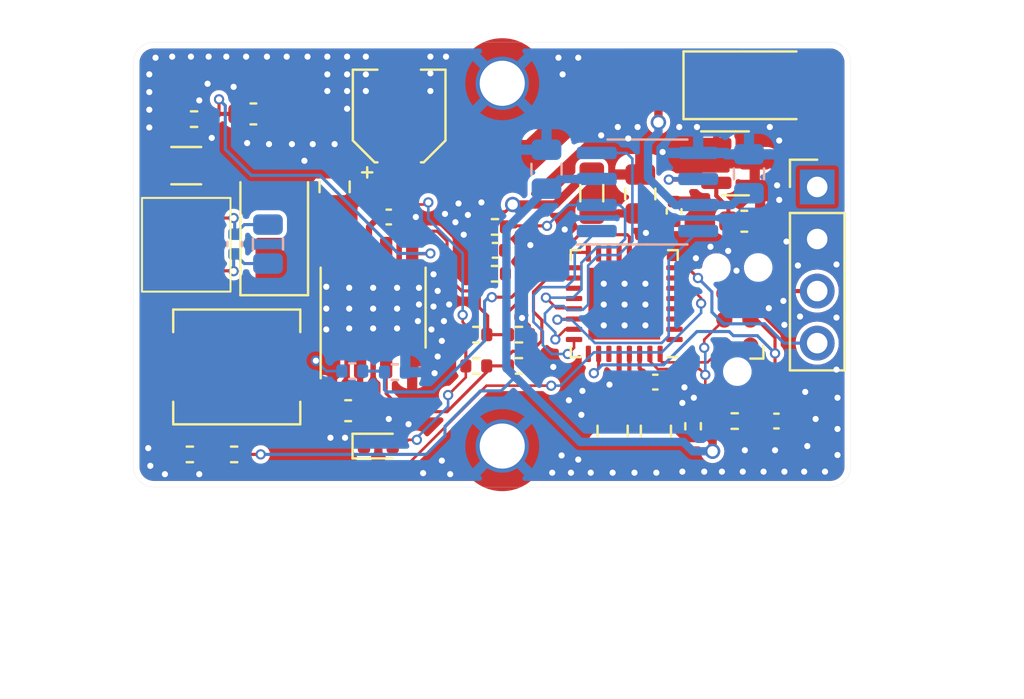
<source format=kicad_pcb>
(kicad_pcb (version 20221018) (generator pcbnew)
  (layers (0 "F.Cu" jumper) (31 "B.Cu" signal) (34 "B.Paste" user) (35 "F.Paste" user) (36 "B.SilkS" user "B.Silkscreen") (37 "F.SilkS" user "F.Silkscreen") (38 "B.Mask" user) (39 "F.Mask" user) (44 "Edge.Cuts" user))
  (net 0 "")
  (net 1 "GND")
  (net 2 "+3.3V")
  (net 3 "/VDDANA")
  (net 4 "/VDDCORE")
  (net 5 "/M05_RESET")
  (net 6 "VS")
  (net 7 "/M05_SWDIO")
  (net 8 "/M05_SWCLK")
  (net 20 "/M03_LINE")
  (net 21 "+BATT")
  (net 22 "/M03_CS")
  (net 23 "/M03_RXD")
  (net 24 "/M03_TXD")
  (net 25 "/M03_TXE")
  (net 26 "VCCQ")
  (net 27 "/M05_SD")
  (net 28 "/M05_VMON")
  (net 32 "/ILD8150_BOOT")
  (net 33 "/M05_PWMI")
  (net 34 "/ILD8150_SW")
  (net 35 "/ILD8150_LED_P")
  (net 36 "/ILD8150_LED_N")
  (net 37 "/ILD8150_CS")
  (net 38 "/M05_NTC")
  (net 39 "/M05_BUTTON")
  (footprint "local:ASPI-6045" (layer "F.Cu") (at 135.85 105.5632 180)
    (fp_text reference "L2" hide)
    (fp_text value "22u")
  )
  (footprint "Capacitor_SMD:C_0402_1005Metric" (layer "F.Cu") (at 143.2668 98.248)
    (fp_text reference "C3" hide)
    (fp_text value "100n")
  )
  (footprint "Capacitor_SMD:C_0805_2012Metric" (layer "F.Cu") (at 155.539 97.124 -90)
    (fp_text reference "C6" hide)
    (fp_text value "10u")
  )
  (footprint "Diode_SMD:D_SOD-523" (layer "F.Cu") (at 142.7588 109.424)
    (fp_text reference "D2" hide)
    (fp_text value "BAS3005B02")
  )
  (footprint "Capacitor_SMD:C_0402_1005Metric" (layer "F.Cu") (at 156.2716 106.3036 180)
    (fp_text reference "C4" hide)
    (fp_text value "100n")
  )
  (footprint "Capacitor_SMD:CP_Elec_4x5.3" (layer "F.Cu") (at 143.7748 93.3204 90)
    (fp_text reference "C17" hide)
    (fp_text value "100u")
  )
  (footprint "Package_SO:Infineon_PG-DSO-8-27_3.9x4.9mm_EP2.65x3mm" (layer "F.Cu") (at 142.5048 102.6676 90)
    (fp_text reference "U3" hide)
    (fp_text value "ILD8150")
  )
  (footprint "Connector_PinHeader_2.54mm:PinHeader_1x04_P2.54mm_Vertical" (layer "F.Cu") (at 164.171 96.782)
    (fp_text reference "U5" hide)
    (fp_text value "~" hide)
  )
  (footprint "Diode_SMD:D_SMA" (layer "F.Cu") (at 137.6788 98.5528 90)
    (fp_text reference "D7" hide)
    (fp_text value "SS34F-DC")
  )
  (footprint "Capacitor_SMD:C_0603_1608Metric" (layer "F.Cu") (at 141.2856 107.6968 180)
    (fp_text reference "C2" hide)
    (fp_text value "22n")
  )
  (footprint "Capacitor_SMD:C_0805_2012Metric" (layer "F.Cu") (at 140.6252 96.7748 -90)
    (fp_text reference "C11" hide)
    (fp_text value "2.2u")
  )
  (footprint "Capacitor_SMD:C_0603_1608Metric" (layer "F.Cu") (at 136.6628 93.2188)
    (fp_text reference "C10" hide)
    (fp_text value "220p")
  )
  (footprint "Inductor_SMD:L_0805_2012Metric" (layer "F.Cu") (at 153.1728 97.086 -90)
    (fp_text reference "L1" hide)
    (fp_text value "10uH")
  )
  (footprint "Resistor_SMD:R_0402_1005Metric" (layer "F.Cu") (at 148.4484 98.7306)
    (fp_text reference "R5" hide)
    (fp_text value "10k")
  )
  (footprint "local:2pinConnector" (layer "F.Cu") (at 133.3862 100.873 180)
    (fp_text reference "J3" hide)
    (fp_text value "Conn_02x01" hide)
  )
  (footprint "Capacitor_SMD:C_0805_2012Metric" (layer "F.Cu") (at 156.301 108.6912 90)
    (fp_text reference "C1" hide)
    (fp_text value "10u")
  )
  (footprint "Resistor_SMD:R_0402_1005Metric" (layer "F.Cu") (at 158.115 108.458 90)
    (fp_text reference "R1" hide)
    (fp_text value "1k")
  )
  (footprint "Capacitor_SMD:C_0603_1608Metric" (layer "F.Cu") (at 160.615 98.455)
    (fp_text reference "C12" hide)
    (fp_text value "220p")
  )
  (footprint "MountingHole:MountingHole_2.2mm_M2_Pad_TopOnly" (layer "F.Cu") (at 148.804 91.724)
    (fp_text reference "H1" hide)
    (fp_text value "M2" hide)
  )
  (footprint "Resistor_SMD:R_0402_1005Metric" (layer "F.Cu") (at 149.6188 105.5124)
    (fp_text reference "R18" hide)
    (fp_text value "10k")
  )
  (footprint "Resistor_SMD:R_0402_1005Metric" (layer "F.Cu") (at 133.7672 93.4728 180)
    (fp_text reference "R19" hide)
    (fp_text value "1k")
  )
  (footprint "Resistor_SMD:R_0402_1005Metric" (layer "F.Cu") (at 149.6228 103.9884)
    (fp_text reference "R7" hide)
    (fp_text value "10k")
  )
  (footprint "MountingHole:MountingHole_2.2mm_M2_Pad_TopOnly" (layer "F.Cu") (at 148.804 109.424)
    (fp_text reference "H2" hide)
    (fp_text value "M2" hide)
  )
  (footprint "Resistor_SMD:R_0402_1005Metric" (layer "F.Cu") (at 147.54 103.9884)
    (fp_text reference "R22" hide)
    (fp_text value "10k")
  )
  (footprint "Resistor_SMD:R_0402_1005Metric" (layer "F.Cu") (at 148.4484 101.0166 180)
    (fp_text reference "R4" hide)
    (fp_text value "10k")
  )
  (footprint "Resistor_SMD:R_1206_3216Metric" (layer "F.Cu") (at 133.3862 95.7422 180)
    (fp_text reference "R15" hide)
    (fp_text value "520m")
  )
  (footprint "Package_TO_SOT_SMD:SOT-23" (layer "F.Cu") (at 160.1855 95.631)
    (fp_text reference "D3" hide)
    (fp_text value "SDT23C15L02")
  )
  (footprint "Connector:Tag-Connect_TC2030-IDC-NL_2x03_P1.27mm_Vertical" (layer "F.Cu") (at 160.274 103.251 90)
    (fp_text reference "J1" hide)
    (fp_text value "Conn_ARM_SWD_TagConnect_TC2030-NL" hide)
  )
  (footprint "Resistor_SMD:R_0402_1005Metric" (layer "F.Cu") (at 133.562 109.8304)
    (fp_text reference "R3" hide)
    (fp_text value "10k")
  )
  (footprint "Diode_SMD:D_SMA" (layer "F.Cu") (at 161.158 91.821)
    (fp_text reference "D8" hide)
    (fp_text value "SS34F-DC")
  )
  (footprint "Capacitor_SMD:C_0402_1005Metric" (layer "F.Cu") (at 148.4484 99.8736)
    (fp_text reference "C15" hide)
    (fp_text value "100n")
  )
  (footprint "Capacitor_SMD:C_0402_1005Metric" (layer "F.Cu") (at 162.183 108.204 180)
    (fp_text reference "C9" hide)
    (fp_text value "100n")
  )
  (footprint "Resistor_SMD:R_0402_1005Metric" (layer "F.Cu") (at 135.723 109.8304 180)
    (fp_text reference "TH1" hide)
    (fp_text value "ERT-J0ER103J")
  )
  (footprint "Package_DFN_QFN:VQFN-32-1EP_5x5mm_P0.5mm_EP3.5x3.5mm" (layer "F.Cu") (at 154.757 102.475 180)
    (fp_text reference "U1" hide)
    (fp_text value "ATSAMC21E18A-MNT")
  )
  (footprint "Capacitor_SMD:C_0805_2012Metric" (layer "F.Cu") (at 154.1888 108.6912 90)
    (fp_text reference "C8" hide)
    (fp_text value "2.2u")
  )
  (footprint "Capacitor_SMD:C_0402_1005Metric" (layer "F.Cu") (at 157.19 97.975 -90)
    (fp_text reference "C7" hide)
    (fp_text value "100n")
  )
  (footprint "Resistor_SMD:R_0402_1005Metric" (layer "F.Cu") (at 147.536 105.5124)
    (fp_text reference "R23" hide)
    (fp_text value "10k")
  )
  (footprint "Resistor_SMD:R_0402_1005Metric" (layer "F.Cu") (at 160.147 108.204)
    (fp_text reference "R2" hide)
    (fp_text value "10k")
  )
  (footprint "Resistor_SMD:R_0402_1005Metric" (layer "B.Cu") (at 141.4868 105.7664 180)
    (fp_text reference "R20" hide)
    (fp_text value "47k")
  )
  (footprint "Package_SO:SOIC-8_3.9x4.9mm_P1.27mm" (layer "B.Cu") (at 155.89 97.028)
    (fp_text reference "U4" hide)
    (fp_text value "MCP2021A-330E/SN")
  )
  (footprint "Resistor_SMD:R_0402_1005Metric" (layer "B.Cu") (at 143.5656 105.8172 180)
    (fp_text reference "R21" hide)
    (fp_text value "10k")
  )
  (footprint "Capacitor_SMD:C_0402_1005Metric" (layer "B.Cu") (at 135.7484 99.5688 90)
    (fp_text reference "C5" hide)
    (fp_text value "10n")
  )
  (footprint "Capacitor_SMD:C_0805_2012Metric" (layer "B.Cu") (at 150.963 95.915 90)
    (fp_text reference "C14" hide)
    (fp_text value "22u")
  )
  (footprint "Capacitor_SMD:C_0805_2012Metric" (layer "B.Cu") (at 137.374 99.5688 -90)
    (fp_text reference "C20" hide)
    (fp_text value "2.2u")
  )
  (footprint "Capacitor_SMD:C_0805_2012Metric" (layer "B.Cu") (at 160.843 96.139 -90)
    (fp_text reference "C13" hide)
    (fp_text value "10u")
  )
  (gr_line (start 164.804 89.724) (end 131.804 89.724) (stroke (width 0.01)) (layer "Edge.Cuts"))
  (gr_line (start 165.804 96.724) (end 165.804 90.724) (stroke (width 0.01)) (layer "Edge.Cuts"))
  (gr_line (start 130.804 96.724) (end 130.804 104.424) (stroke (width 0.01)) (layer "Edge.Cuts"))
  (gr_line (start 130.804 90.724) (end 130.804 96.724) (stroke (width 0.01)) (layer "Edge.Cuts"))
  (gr_arc (start 131.804 111.424) (mid 131.096893 111.131107) (end 130.804 110.424) (stroke (width 0.01)) (layer "Edge.Cuts"))
  (gr_arc (start 164.804 89.724) (mid 165.511078 90.016909) (end 165.804 90.724) (stroke (width 0.01)) (layer "Edge.Cuts"))
  (gr_arc (start 130.804 90.724) (mid 131.096893 90.016893) (end 131.804 89.724) (stroke (width 0.01)) (layer "Edge.Cuts"))
  (gr_line (start 131.804 111.424) (end 164.804 111.424) (stroke (width 0.01)) (layer "Edge.Cuts"))
  (gr_line (start 165.804 110.424) (end 165.804 104.424) (stroke (width 0.01)) (layer "Edge.Cuts"))
  (gr_arc (start 165.804 110.424) (mid 165.511107 111.131107) (end 164.804 111.424) (stroke (width 0.01)) (layer "Edge.Cuts"))
  (gr_line (start 165.804 104.424) (end 165.804 96.724) (stroke (width 0.01)) (layer "Edge.Cuts"))
  (gr_line (start 130.804 104.424) (end 130.804 110.424) (stroke (width 0.01)) (layer "Edge.Cuts"))
  (segment (start 150.1328 103.5392) (end 149.7692 103.1756) (width 0.127) (layer "F.Cu") (net 1))
  (segment (start 150.1328 103.9884) (end 150.1328 103.5392) (width 0.127) (layer "F.Cu") (net 1))
  (via (at 140.2188 101.6516) (size 0.5) (drill 0.3) (layers "F.Cu" "B.Cu") (net 1))
  (via (at 158.2528 100.2584) (size 0.5) (drill 0.3) (layers "F.Cu" "B.Cu") (net 1))
  (via (at 165.1108 103.154) (size 0.5) (drill 0.3) (layers "F.Cu" "B.Cu") (net 1))
  (via (at 131.5828 93.8792) (size 0.5) (drill 0.3) (layers "F.Cu" "B.Cu") (net 1))
  (via (at 162.3168 94.518) (size 0.5) (drill 0.3) (layers "F.Cu" "B.Cu") (net 1))
  (via (at 151.852 98.8576) (size 0.5) (drill 0.3) (layers "F.Cu" "B.Cu") (net 1))
  (via (at 156.3224 110.7232) (size 0.5) (drill 0.3) (layers "F.Cu" "B.Cu") (net 1))
  (via (at 158.6592 110.6724) (size 0.5) (drill 0.3) (layers "F.Cu" "B.Cu") (net 1))
  (via (at 132.3448 110.7956) (size 0.5) (drill 0.3) (layers "F.Cu" "B.Cu") (net 1))
  (via (at 155.789 102.519) (size 0.5) (drill 0.3) (layers "F.Cu" "B.Cu") (net 1))
  (via (at 151.2932 105.5632) (size 0.5) (drill 0.3) (layers "F.Cu" "B.Cu") (net 1))
  (via (at 162.3168 97.4136) (size 0.5) (drill 0.3) (layers "F.Cu" "B.Cu") (net 1))
  (via (at 140.2696 91.2884) (size 0.5) (drill 0.3) (layers "F.Cu" "B.Cu") (net 1))
  (via (at 140.2696 92.1012) (size 0.5) (drill 0.3) (layers "F.Cu" "B.Cu") (net 1))
  (via (at 144.5876 98.248) (size 0.5) (drill 0.3) (layers "F.Cu" "B.Cu") (net 1))
  (via (at 145.2988 90.4248) (size 0.5) (drill 0.3) (layers "F.Cu" "B.Cu") (net 1))
  (via (at 131.6336 110.3892) (size 0.5) (drill 0.3) (layers "F.Cu" "B.Cu") (net 1))
  (via (at 144.232 108.3572) (size 0.5) (drill 0.3) (layers "F.Cu" "B.Cu") (net 1))
  (via (at 141.3364 102.7184) (size 0.5) (drill 0.3) (layers "F.Cu" "B.Cu") (net 1))
  (via (at 151.2424 110.7232) (size 0.5) (drill 0.3) (layers "F.Cu" "B.Cu") (net 1))
  (via (at 145.3496 103.7344) (size 0.5) (drill 0.3) (layers "F.Cu" "B.Cu") (net 1))
  (via (at 161.8596 93.8576) (size 0.5) (drill 0.3) (layers "F.Cu" "B.Cu") (net 1))
  (via (at 154.773 101.503) (size 0.5) (drill 0.3) (layers "F.Cu" "B.Cu") (net 1))
  (via (at 134.0212 110.7956) (size 0.5) (drill 0.3) (layers "F.Cu" "B.Cu") (net 1))
  (via (at 155.8144 99.0235) (size 0.5) (drill 0.3) (layers "F.Cu" "B.Cu") (net 1))
  (via (at 165.1108 100.5632) (size 0.5) (drill 0.3) (layers "F.Cu" "B.Cu") (net 1))
  (via (at 155.789 101.503) (size 0.5) (drill 0.3) (layers "F.Cu" "B.Cu") (net 1))
  (via (at 132.7004 90.4248) (size 0.5) (drill 0.3) (layers "F.Cu" "B.Cu") (net 1))
  (via (at 146.518 98.502) (size 0.5) (drill 0.3) (layers "F.Cu" "B.Cu") (net 1))
  (via (at 137.3232 90.4248) (size 0.5) (drill 0.3) (layers "F.Cu" "B.Cu") (net 1))
  (via (at 157.694 106.5576) (size 0.5) (drill 0.3) (layers "F.Cu" "B.Cu") (net 1))
  (via (at 139.5584 94.692) (size 0.5) (drill 0.3) (layers "F.Cu" "B.Cu") (net 1))
  (via (at 162.5708 110.6724) (size 0.5) (drill 0.3) (layers "F.Cu" "B.Cu") (net 1))
  (via (at 162.6724 99.4456) (size 0.5) (drill 0.3) (layers "F.Cu" "B.Cu") (net 1))
  (via (at 154.1888 110.7232) (size 0.5) (drill 0.3) (layers "F.Cu" "B.Cu") (net 1))
  (via (at 141.2348 92.9648) (size 0.5) (drill 0.3) (layers "F.Cu" "B.Cu") (net 1))
  (via (at 154.773 103.535) (size 0.5) (drill 0.3) (layers "F.Cu" "B.Cu") (net 1))
  (via (at 146.9244 99.1116) (size 0.5) (drill 0.3) (layers "F.Cu" "B.Cu") (net 1))
  (via (at 152.6648 107.9) (size 0.5) (drill 0.3) (layers "F.Cu" "B.Cu") (net 1))
  (via (at 131.5828 91.2884) (size 0.5) (drill 0.3) (layers "F.Cu" "B.Cu") (net 1))
  (via (at 154.0364 106.4268) (size 0.5) (drill 0.3) (layers "F.Cu" "B.Cu") (net 1))
  (via (at 144.9432 110.7448) (size 0.5) (drill 0.3) (layers "F.Cu" "B.Cu") (net 1))
  (via (at 142.1492 92.1012) (size 0.5) (drill 0.3) (layers "F.Cu" "B.Cu") (net 1))
  (via (at 154.9508 94.4164) (size 0.5) (drill 0.3) (layers "F.Cu" "B.Cu") (net 1))
  (via (at 164.0948 108.1032) (size 0.5) (drill 0.3) (layers "F.Cu" "B.Cu") (net 1))
  (via (at 131.532 109.5256) (size 0.5) (drill 0.3) (layers "F.Cu" "B.Cu") (net 1))
  (via (at 158.1512 107.0656) (size 0.5) (drill 0.3) (layers "F.Cu" "B.Cu") (net 1))
  (via (at 138.5424 94.692) (size 0.5) (drill 0.3) (layers "F.Cu" "B.Cu") (net 1))
  (via (at 154.773 102.519) (size 0.5) (drill 0.3) (layers "F.Cu" "B.Cu") (net 1))
  (via (at 134.0212 92.5584) (size 0.5) (drill 0.3) (layers "F.Cu" "B.Cu") (net 1))
  (via (at 140.2188 103.7344) (size 0.5) (drill 0.3) (layers "F.Cu" "B.Cu") (net 1))
  (via (at 163.536 110.6724) (size 0.5) (drill 0.3) (layers "F.Cu" "B.Cu") (net 1))
  (via (at 145.6544 101.8548) (size 0.5) (drill 0.3) (layers "F.Cu" "B.Cu") (net 1))
  (via (at 151.7504 91.2884) (size 0.5) (drill 0.3) (layers "F.Cu" "B.Cu") (net 1))
  (via (at 133.6148 90.4248) (size 0.5) (drill 0.3) (layers "F.Cu" "B.Cu") (net 1))
  (via (at 152.5124 110.0844) (size 0.5) (drill 0.3) (layers "F.Cu" "B.Cu") (net 1))
  (via (at 143.6732 102.7184) (size 0.5) (drill 0.3) (layers "F.Cu" "B.Cu") (net 1))
  (via (at 140.6252 94.692) (size 0.5) (drill 0.3) (layers "F.Cu" "B.Cu") (net 1))
  (via (at 139.152 95.5048) (size 0.5) (drill 0.3) (layers "F.Cu" "B.Cu") (net 1))
  (via (at 157.44 93.8576) (size 0.5) (drill 0.3) (layers "F.Cu" "B.Cu") (net 1))
  (via (at 146.264 110.7956) (size 0.5) (drill 0.3) (layers "F.Cu" "B.Cu") (net 1))
  (via (at 146.2132 102.5152) (size 0.5) (drill 0.3) (layers "F.Cu" "B.Cu") (net 1))
  (via (at 135.342 90.4248) (size 0.5) (drill 0.3) (layers "F.Cu" "B.Cu") (net 1))
  (via (at 163.2312 100.614) (size 0.5) (drill 0.3) (layers "F.Cu" "B.Cu") (net 1))
  (via (at 145.6544 105.0552) (size 0.5) (drill 0.3) (layers "F.Cu" "B.Cu") (net 1))
  (via (at 161.8088 102.6968) (size 0.5) (drill 0.3) (layers "F.Cu" "B.Cu") (net 1))
  (via (at 150.1756 99.6196) (size 0.5) (drill 0.3) (layers "F.Cu" "B.Cu") (net 1))
  (via (at 145.4512 101.042) (size 0.5) (drill 0.3) (layers "F.Cu" "B.Cu") (net 1))
  (via (at 131.8876 90.4756) (size 0.5) (drill 0.3) (layers "F.Cu" "B.Cu") (net 1))
  (via (at 159.5228 110.6724) (size 0.5) (drill 0.3) (layers "F.Cu" "B.Cu") (net 1))
  (via (at 134.4784 90.4248) (size 0.5) (drill 0.3) (layers "F.Cu" "B.Cu") (net 1))
  (via (at 153.757 103.535) (size 0.5) (drill 0.3) (layers "F.Cu" "B.Cu") (net 1))
  (via (at 163.6884 109.424) (size 0.5) (drill 0.3) (layers "F.Cu" "B.Cu") (net 1))
  (via (at 164.552 110.6724) (size 0.5) (drill 0.3) (layers "F.Cu" "B.Cu") (net 1))
  (via (at 146.6704 97.5876) (size 0.5) (drill 0.3) (layers "F.Cu" "B.Cu") (net 1))
  (via (at 145.2988 92.1012) (size 0.5) (drill 0.3) (layers "F.Cu" "B.Cu") (net 1))
  (via (at 162.52 102.3412) (size 0.5) (drill 0.3) (layers "F.Cu" "B.Cu") (net 1))
  (via (at 152.7156 106.7316) (size 0.5) (drill 0.3) (layers "F.Cu" "B.Cu") (net 1))
  (via (at 147.788 97.5368) (size 0.5) (drill 0.3) (layers "F.Cu" "B.Cu") (net 1))
  (via (at 131.5828 92.152) (size 0.5) (drill 0.3) (layers "F.Cu" "B.Cu") (net 1))
  (via (at 140.2188 102.7184) (size 0.5) (drill 0.3) (layers "F.Cu" "B.Cu") (net 1))
  (via (at 153.63 94.264) (size 0.5) (drill 0.3) (layers "F.Cu" "B.Cu") (net 1))
  (via (at 145.8576 104.2932) (size 0.5) (drill 0.3) (layers "F.Cu" "B.Cu") (net 1))
  (via (at 162.5708 103.5096) (size 0.5) (drill 0.3) (layers "F.Cu" "B.Cu") (net 1))
  (via (at 141.2348 90.4248) (size 0.5) (drill 0.3) (layers "F.Cu" "B.Cu") (net 1))
  (via (at 138.2884 90.4248) (size 0.5) (drill 0.3) (layers "F.Cu" "B.Cu") (net 1))
  (via (at 144.74 102.5152) (size 0.5) (drill 0.3) (layers "F.Cu" "B.Cu") (net 1))
  (via (at 141.3364 101.7024) (size 0.5) (drill 0.3) (layers "F.Cu" "B.Cu") (net 1))
  (via (at 155.789 103.535) (size 0.5) (drill 0.3) (layers "F.Cu" "B.Cu") (net 1))
  (via (at 153.757 101.503) (size 0.5) (drill 0.3) (layers "F.Cu" "B.Cu") (net 1))
  (via (at 140.422 109.0176) (size 0.5) (drill 0.3) (layers "F.Cu" "B.Cu") (net 1))
  (via (at 142.5048 103.6836) (size 0.5) (drill 0.3) (layers "F.Cu" "B.Cu") (net 1))
  (via (at 145.4512 102.6168) (size 0.5) (drill 0.3) (layers "F.Cu" "B.Cu") (net 1))
  (via (at 142.1492 91.2884) (size 0.5) (drill 0.3) (layers "F.Cu" "B.Cu") (net 1))
  (via (at 161.5548 110.6724) (size 0.5) (drill 0.3) (layers "F.Cu" "B.Cu") (net 1))
  (via (at 158.964 99.6996) (size 0.5) (drill 0.3) (layers "F.Cu" "B.Cu") (net 1))
  (via (at 141.3364 103.6836) (size 0.5) (drill 0.3) (layers "F.Cu" "B.Cu") (net 1))
  (via (at 152.5124 90.4756) (size 0.5) (drill 0.3) (layers "F.Cu" "B.Cu") (net 1))
  (via (at 145.2988 91.2376) (size 0.5) (drill 0.3) (layers "F.Cu" "B.Cu") (net 1))
  (via (at 156.6272 95.0768) (size 0.5) (drill 0.3) (layers "F.Cu" "B.Cu") (net 1))
  (via (at 141.1332 109.0176) (size 0.5) (drill 0.3) (layers "F.Cu" "B.Cu") (net 1))
  (via (at 162.1136 109.6272) (size 0.5) (drill 0.3) (layers "F.Cu" "B.Cu") (net 1))
  (via (at 153.757 102.519) (size 0.5) (drill 0.3) (layers "F.Cu" "B.Cu") (net 1))
  (via (at 147.1276 98.1464) (size 0.5) (drill 0.3) (layers "F.Cu" "B.Cu") (net 1))
  (via (at 165.1108 105.694) (size 0.5) (drill 0.3) (layers "F.Cu" "B.Cu") (net 1))
  (via (at 158.3036 93.8576) (size 0.5) (drill 0.3) (layers "F.Cu" "B.Cu") (net 1))
  (via (at 135.6976 91.898) (size 0.5) (drill 0.3) (layers "F.Cu" "B.Cu") (net 1))
  (via (at 143.6732 101.7024) (size 0.5) (drill 0.3) (layers "F.Cu" "B.Cu") (net 1))
  (via (at 142.1492 90.4248) (size 0.5) (drill 0.3) (layers "F.Cu" "B.Cu") (net 1))
  (via (at 140.2696 90.4248) (size 0.5) (drill 0.3) (layers "F.Cu" "B.Cu") (net 1))
  (via (at 131.5828 93.0156) (size 0.5) (drill 0.3) (layers "F.Cu" "B.Cu") (net 1))
  (via (at 144.74 101.7024) (size 0.5) (drill 0.3) (layers "F.Cu" "B.Cu") (net 1))
  (via (at 145.8576 110.1352) (size 0.5) (drill 0.3) (layers "F.Cu" "B.Cu") (net 1))
  (via (at 136.3072 90.4248) (size 0.5) (drill 0.3) (layers "F.Cu" "B.Cu") (net 1))
  (via (at 157.5924 107.3196) (size 0.5) (drill 0.3) (layers "F.Cu" "B.Cu") (net 1))
  (via (at 163.3328 103.1032) (size 0.5) (drill 0.3) (layers "F.Cu" "B.Cu") (net 1))
  (via (at 142.5048 102.7184) (size 0.5) (drill 0.3) (layers "F.Cu" "B.Cu") (net 1))
  (via (at 134.6308 94.3872) (size 0.5) (drill 0.3) (layers "F.Cu" "B.Cu") (net 1))
  (via (at 155.408 93.8576) (size 0.5) (drill 0.3) (layers "F.Cu" "B.Cu") (net 1))
  (via (at 154.4428 93.8576) (size 0.5) (drill 0.3) (layers "F.Cu" "B.Cu") (net 1))
  (via (at 146.01 98.0956) (size 0.5) (drill 0.3) (layers "F.Cu" "B.Cu") (net 1))
  (via (at 159.8276 99.9028) (size 0.5) (drill 0.3) (layers "F.Cu" "B.Cu") (net 1))
  (via (at 160.6404 109.6272) (size 0.5) (drill 0.3) (layers "F.Cu" "B.Cu") (net 1))
  (via (at 134.4276 91.7456) (size 0.5) (drill 0.3) (layers "F.Cu" "B.Cu") (net 1))
  (via (at 143.2668 108.1032) (size 0.5) (drill 0.3) (layers "F.Cu" "B.Cu") (net 1))
  (via (at 142.5048 101.7024) (size 0.5) (drill 0.3) (layers "F.Cu" "B.Cu") (net 1))
  (via (at 165.1616 107.0656) (size 0.5) (drill 0.3) (layers "F.Cu" "B.Cu") (net 1))
  (via (at 151.6996 109.8812) (size 0.5) (drill 0.3) (layers "F.Cu" "B.Cu") (net 1))
  (via (at 149.7692 103.1756) (size 0.5) (drill 0.3) (layers "F.Cu" "B.Cu") (net 1))
  (via (at 146.0608 90.4248) (size 0.5) (drill 0.3) (layers "F.Cu" "B.Cu") (net 1))
  (via (at 165.1616 109.8596) (size 0.5) (drill 0.3) (layers "F.Cu" "B.Cu") (net 1))
  (via (at 155.2556 110.7232) (size 0.5) (drill 0.3) (layers "F.Cu" "B.Cu") (net 1))
  (via (at 160.234 100.868) (size 0.5) (drill 0.3) (layers "F.Cu" "B.Cu") (net 1))
  (via (at 144.6892 103.328) (size 0.5) (drill 0.3) (layers "F.Cu" "B.Cu") (net 1))
  (via (at 157.5924 110.6724) (size 0.5) (drill 0.3) (layers "F.Cu" "B.Cu") (net 1))
  (via (at 136.358 94.6412) (size 0.5) (drill 0.3) (layers "F.Cu" "B.Cu") (net 1))
  (via (at 162.2152 96.7024) (size 0.5) (drill 0.3) (layers "F.Cu" "B.Cu") (net 1))
  (via (at 152.0552 107.1888) (size 0.5) (drill 0.3) (layers "F.Cu" "B.Cu") (net 1))
  (via (at 143.6732 103.6836) (size 0.5) (drill 0.3) (layers "F.Cu" "B.Cu") (net 1))
  (via (at 137.4248 94.692) (size 0.5) (drill 0.3) (layers "F.Cu" "B.Cu") (net 1))
  (via (at 139.3044 90.4248) (size 0.5) (drill 0.3) (layers "F.Cu" "B.Cu") (net 1))
  (via (at 153.122 110.7232) (size 0.5) (drill 0.3) (layers "F.Cu" "B.Cu") (net 1))
  (via (at 160.5388 110.6724) (size 0.5) (drill 0.3) (layers "F.Cu" "B.Cu") (net 1))
  (via (at 145.9592 103.328) (size 0.5) (drill 0.3) (layers "F.Cu" "B.Cu") (net 1))
  (via (at 165.1616 108.5896) (size 0.5) (drill 0.3) (layers "F.Cu" "B.Cu") (net 1))
  (via (at 151.5472 90.4756) (size 0.5) (drill 0.3) (layers "F.Cu" "B.Cu") (net 1))
  (via (at 141.2348 92.1012) (size 0.5) (drill 0.3) (layers "F.Cu" "B.Cu") (net 1))
  (via (at 145.502 105.868) (size 0.5) (drill 0.3) (layers "F.Cu" "B.Cu") (net 1))
  (via (at 152.1568 110.7232) (size 0.5) (drill 0.3) (layers "F.Cu" "B.Cu") (net 1))
  (via (at 141.2348 91.2884) (size 0.5) (drill 0.3) (layers "F.Cu" "B.Cu") (net 1))
  (via (at 163.5868 106.7824) (size 0.5) (drill 0.3) (layers "F.Cu" "B.Cu") (net 1))
  (segment (start 158.115 108.968) (end 158.873 108.968) (width 0.4064) (layer "F.Cu") (net 2))
  (segment (start 155.507 105.638) (end 155.66 105.791) (width 0.2032) (layer "F.Cu") (net 2))
  (segment (start 156.301 106.9934) (end 156.301 107.965) (width 0.4064) (layer "F.Cu") (net 2))
  (segment (start 149.312 97.6384) (end 151.3948 97.6384) (width 0.4064) (layer "F.Cu") (net 2))
  (segment (start 147.9384 98.2246) (end 148.169 97.994) (width 0.1524) (layer "F.Cu") (net 2))
  (segment (start 159.0656 109.678) (end 159.0656 109.1606) (width 0.4064) (layer "F.Cu") (net 2))
  (segment (start 160.8872 106.8188) (end 161.377 106.329) (width 0.4064) (layer "F.Cu") (net 2))
  (segment (start 161.377 104.989) (end 160.909 104.521) (width 0.4064) (layer "F.Cu") (net 2))
  (segment (start 158.873 108.968) (end 159.637 108.204) (width 0.4064) (layer "F.Cu") (net 2))
  (segment (start 156.0684 106.7608) (end 156.301 106.9934) (width 0.4064) (layer "F.Cu") (net 2))
  (segment (start 147.9384 98.7306) (end 147.9384 98.2246) (width 0.1524) (layer "F.Cu") (net 2))
  (segment (start 160.3792 106.8188) (end 160.8872 106.8188) (width 0.4064) (layer "F.Cu") (net 2))
  (segment (start 156.6884 107.965) (end 157.6914 108.968) (width 0.4064) (layer "F.Cu") (net 2))
  (segment (start 148.169 97.994) (end 148.9564 97.994) (width 0.1524) (layer "F.Cu") (net 2))
  (segment (start 153.10585 96.0235) (end 153.1728 96.0235) (width 0.1524) (layer "F.Cu") (net 2))
  (segment (start 155.507 104.925) (end 155.507 105.638) (width 0.2032) (layer "F.Cu") (net 2))
  (segment (start 148.9564 97.994) (end 149.312 97.6384) (width 0.1524) (layer "F.Cu") (net 2))
  (segment (start 155.7636 105.8946) (end 155.66 105.791) (width 0.3048) (layer "F.Cu") (net 2))
  (segment (start 157.6914 108.968) (end 158.115 108.968) (width 0.4064) (layer "F.Cu") (net 2))
  (segment (start 161.377 106.329) (end 161.377 104.989) (width 0.4064) (layer "F.Cu") (net 2))
  (segment (start 136.233 109.8304) (end 137.0184 109.8304) (width 0.1524) (layer "F.Cu") (net 2))
  (segment (start 153.0097 96.0235) (end 153.1728 96.0235) (width 0.4064) (layer "F.Cu") (net 2))
  (segment (start 159.637 108.204) (end 159.637 107.561) (width 0.4064) (layer "F.Cu") (net 2))
  (segment (start 156.301 107.965) (end 156.6884 107.965) (width 0.4064) (layer "F.Cu") (net 2))
  (segment (start 155.7636 106.456) (end 155.7636 105.8946) (width 0.3048) (layer "F.Cu") (net 2))
  (segment (start 156.0684 106.7608) (end 155.7636 106.456) (width 0.3048) (layer "F.Cu") (net 2))
  (segment (start 159.637 107.561) (end 160.3792 106.8188) (width 0.4064) (layer "F.Cu") (net 2))
  (segment (start 159.0656 109.1606) (end 158.873 108.968) (width 0.4064) (layer "F.Cu") (net 2))
  (segment (start 151.3948 97.6384) (end 153.0097 96.0235) (width 0.4064) (layer "F.Cu") (net 2))
  (via (at 159.0656 109.678) (size 0.75) (drill 0.5) (layers "F.Cu" "B.Cu") (net 2))
  (via (at 149.312 97.6384) (size 0.75) (drill 0.5) (layers "F.Cu" "B.Cu") (net 2))
  (via (at 137.0184 109.8304) (size 0.5) (drill 0.3) (layers "F.Cu" "B.Cu") (net 2))
  (segment (start 151.628 96.393) (end 153.415 96.393) (width 0.4064) (layer "B.Cu") (net 2))
  (segment (start 145.0956 109.8304) (end 146.01 108.916) (width 0.1524) (layer "B.Cu") (net 2))
  (segment (start 146.01 108.916) (end 146.01 108.4588) (width 0.1524) (layer "B.Cu") (net 2))
  (segment (start 137.0184 109.8304) (end 145.0956 109.8304) (width 0.1524) (layer "B.Cu") (net 2))
  (segment (start 149.0072 98.8208) (end 149.0072 105.614) (width 0.4064) (layer "B.Cu") (net 2))
  (segment (start 149.0072 105.614) (end 149.439 106.0458) (width 0.4064) (layer "B.Cu") (net 2))
  (segment (start 148.7532 106.7316) (end 149.439 106.0458) (width 0.1524) (layer "B.Cu") (net 2))
  (segment (start 150.963 96.865) (end 149.7508 98.0772) (width 0.4064) (layer "B.Cu") (net 2))
  (segment (start 158.1004 109.678) (end 159.0656 109.678) (width 0.4064) (layer "B.Cu") (net 2))
  (segment (start 149.7508 98.0772) (end 149.312 97.6384) (width 0.4064) (layer "B.Cu") (net 2))
  (segment (start 151.156 96.865) (end 151.628 96.393) (width 0.4064) (layer "B.Cu") (net 2))
  (segment (start 149.0904 98.7376) (end 149.0072 98.8208) (width 0.4064) (layer "B.Cu") (net 2))
  (segment (start 149.7508 98.0772) (end 149.0904 98.7376) (width 0.4064) (layer "B.Cu") (net 2))
  (segment (start 149.439 106.0458) (end 152.614 109.2208) (width 0.4064) (layer "B.Cu") (net 2))
  (segment (start 152.614 109.2208) (end 157.6432 109.2208) (width 0.4064) (layer "B.Cu") (net 2))
  (segment (start 147.7372 106.7316) (end 148.7532 106.7316) (width 0.1524) (layer "B.Cu") (net 2))
  (segment (start 146.01 108.4588) (end 147.7372 106.7316) (width 0.1524) (layer "B.Cu") (net 2))
  (segment (start 157.6432 109.2208) (end 158.1004 109.678) (width 0.4064) (layer "B.Cu") (net 2))
  (segment (start 150.963 96.865) (end 151.156 96.865) (width 0.4064) (layer "B.Cu") (net 2))
  (segment (start 154.3945 98.1485) (end 154.469 98.074) (width 0.4064) (layer "F.Cu") (net 3))
  (segment (start 156.882 98.455) (end 156.549 98.788) (width 0.4064) (layer "F.Cu") (net 3))
  (segment (start 156.549 98.788) (end 155.835 98.074) (width 0.4064) (layer "F.Cu") (net 3))
  (segment (start 156.507 98.83) (end 156.549 98.788) (width 0.2032) (layer "F.Cu") (net 3))
  (segment (start 154.469 98.074) (end 155.539 98.074) (width 0.4064) (layer "F.Cu") (net 3))
  (segment (start 153.1728 98.1485) (end 154.3945 98.1485) (width 0.4064) (layer "F.Cu") (net 3))
  (segment (start 156.507 100.025) (end 156.507 98.83) (width 0.2032) (layer "F.Cu") (net 3))
  (segment (start 155.835 98.074) (end 155.539 98.074) (width 0.4064) (layer "F.Cu") (net 3))
  (segment (start 157.19 98.455) (end 156.882 98.455) (width 0.4064) (layer "F.Cu") (net 3))
  (segment (start 155.007 106.1004) (end 155.007 105.682) (width 0.2032) (layer "F.Cu") (net 4))
  (segment (start 155.007 105.682) (end 155.007 104.925) (width 0.2032) (layer "F.Cu") (net 4))
  (segment (start 155.007 106.1004) (end 155.007 107.1618) (width 0.4064) (layer "F.Cu") (net 4))
  (segment (start 155.007 107.1618) (end 154.4276 107.7412) (width 0.4064) (layer "F.Cu") (net 4))
  (segment (start 154.4276 107.7412) (end 154.1888 107.7412) (width 0.4064) (layer "F.Cu") (net 4))
  (segment (start 162.1136 104.9028) (end 162.1136 104.1408) (width 0.1524) (layer "F.Cu") (net 5))
  (segment (start 160.657 108.204) (end 161.703 108.204) (width 0.1524) (layer "F.Cu") (net 5))
  (segment (start 161.2238 103.251) (end 160.909 103.251) (width 0.1524) (layer "F.Cu") (net 5))
  (segment (start 153.507 105.6354) (end 153.2744 105.868) (width 0.1524) (layer "F.Cu") (net 5))
  (segment (start 161.703 107.193) (end 162.1136 106.7824) (width 0.1524) (layer "F.Cu") (net 5))
  (segment (start 162.1136 106.7824) (end 162.1136 104.9028) (width 0.1524) (layer "F.Cu") (net 5))
  (segment (start 161.703 108.204) (end 161.703 107.193) (width 0.1524) (layer "F.Cu") (net 5))
  (segment (start 162.1136 104.1408) (end 161.2238 103.251) (width 0.1524) (layer "F.Cu") (net 5))
  (segment (start 153.507 104.925) (end 153.507 105.6354) (width 0.1524) (layer "F.Cu") (net 5))
  (via (at 153.2744 105.868) (size 0.5) (drill 0.3) (layers "F.Cu" "B.Cu") (net 5))
  (via (at 162.1136 104.9028) (size 0.5) (drill 0.3) (layers "F.Cu" "B.Cu") (net 5))
  (segment (start 156.678 105.4616) (end 158.3036 103.836) (width 0.1524) (layer "B.Cu") (net 5))
  (segment (start 161.25 104.0392) (end 162.1136 104.9028) (width 0.1524) (layer "B.Cu") (net 5))
  (segment (start 160.0816 104.0392) (end 161.25 104.0392) (width 0.1524) (layer "B.Cu") (net 5))
  (segment (start 153.6808 105.4616) (end 156.678 105.4616) (width 0.1524) (layer "B.Cu") (net 5))
  (segment (start 158.3036 103.836) (end 159.8784 103.836) (width 0.1524) (layer "B.Cu") (net 5))
  (segment (start 153.2744 105.868) (end 153.6808 105.4616) (width 0.1524) (layer "B.Cu") (net 5))
  (segment (start 159.8784 103.836) (end 160.0816 104.0392) (width 0.1524) (layer "B.Cu") (net 5))
  (segment (start 159.3704 93.8068) (end 160.8944 93.8068) (width 0.3048) (layer "F.Cu") (net 6))
  (segment (start 159.248 94.681) (end 159.248 93.9292) (width 0.3048) (layer "F.Cu") (net 6))
  (segment (start 159.248 93.9292) (end 159.3704 93.8068) (width 0.3048) (layer "F.Cu") (net 6))
  (segment (start 162.8802 91.821) (end 163.158 91.821) (width 0.3048) (layer "F.Cu") (net 6))
  (segment (start 160.8944 93.8068) (end 162.8802 91.821) (width 0.3048) (layer "F.Cu") (net 6))
  (segment (start 156.6044 105.3384) (end 158.8216 105.3384) (width 0.127) (layer "F.Cu") (net 7))
  (segment (start 156.507 104.925) (end 156.507 105.241) (width 0.127) (layer "F.Cu") (net 7))
  (segment (start 156.507 105.241) (end 156.6044 105.3384) (width 0.127) (layer "F.Cu") (net 7))
  (segment (start 158.8216 105.3384) (end 159.639 104.521) (width 0.127) (layer "F.Cu") (net 7))
  (segment (start 156.007 105.286034) (end 156.386366 105.6654) (width 0.127) (layer "F.Cu") (net 8))
  (segment (start 158.71 105.948) (end 158.71 107.353) (width 0.127) (layer "F.Cu") (net 8))
  (segment (start 156.007 104.925) (end 156.007 105.286034) (width 0.127) (layer "F.Cu") (net 8))
  (segment (start 158.4274 105.6654) (end 158.71 105.948) (width 0.127) (layer "F.Cu") (net 8))
  (segment (start 156.386366 105.6654) (end 158.4274 105.6654) (width 0.127) (layer "F.Cu") (net 8))
  (segment (start 158.71 107.353) (end 158.115 107.948) (width 0.127) (layer "F.Cu") (net 8))
  (segment (start 158.6592 104.6272) (end 158.6592 104.2308) (width 0.127) (layer "F.Cu") (net 8))
  (segment (start 158.6592 104.2308) (end 159.639 103.251) (width 0.127) (layer "F.Cu") (net 8))
  (via (at 158.6592 104.6272) (size 0.5) (drill 0.3) (layers "F.Cu" "B.Cu") (net 8))
  (via (at 158.71 105.948) (size 0.5) (drill 0.3) (layers "F.Cu" "B.Cu") (net 8))
  (segment (start 158.6592 104.6272) (end 158.71 104.678) (width 0.127) (layer "B.Cu") (net 8))
  (segment (start 158.71 104.678) (end 158.71 105.948) (width 0.127) (layer "B.Cu") (net 8))
  (segment (start 162.393 100.233) (end 162.393 101.376) (width 0.2032) (layer "F.Cu") (net 20))
  (segment (start 162.879 101.862) (end 164.171 101.862) (width 0.2032) (layer "F.Cu") (net 20))
  (segment (start 157.979 96.581) (end 159.248 96.581) (width 0.2032) (layer "F.Cu") (net 20))
  (segment (start 159.84 98.455) (end 159.84 99.077) (width 0.2032) (layer "F.Cu") (net 20))
  (segment (start 159.84 98.455) (end 159.84 97.807) (width 0.2032) (layer "F.Cu") (net 20))
  (segment (start 156.932 96.423) (end 157.821 96.423) (width 0.2032) (layer "F.Cu") (net 20))
  (segment (start 161.885 99.725) (end 162.393 100.233) (width 0.2032) (layer "F.Cu") (net 20))
  (segment (start 162.393 101.376) (end 162.879 101.862) (width 0.2032) (layer "F.Cu") (net 20))
  (segment (start 159.84 97.807) (end 159.248 97.215) (width 0.2032) (layer "F.Cu") (net 20))
  (segment (start 159.84 99.077) (end 160.488 99.725) (width 0.2032) (layer "F.Cu") (net 20))
  (segment (start 159.248 97.215) (end 159.248 96.581) (width 0.2032) (layer "F.Cu") (net 20))
  (segment (start 160.488 99.725) (end 161.885 99.725) (width 0.2032) (layer "F.Cu") (net 20))
  (segment (start 157.821 96.423) (end 157.979 96.581) (width 0.2032) (layer "F.Cu") (net 20))
  (via (at 156.932 96.423) (size 0.5) (drill 0.3) (layers "F.Cu" "B.Cu") (net 20))
  (segment (start 156.962 96.393) (end 156.932 96.423) (width 0.2032) (layer "B.Cu") (net 20))
  (segment (start 158.365 96.393) (end 156.962 96.393) (width 0.2032) (layer "B.Cu") (net 20))
  (segment (start 156.424 93.629) (end 156.424 92.613) (width 0.4064) (layer "F.Cu") (net 21))
  (via (at 156.424 93.629) (size 0.75) (drill 0.5) (layers "F.Cu" "B.Cu") (net 21))
  (segment (start 155.916 96.330765) (end 155.916 94.645) (width 0.4064) (layer "B.Cu") (net 21))
  (segment (start 155.916 94.645) (end 156.2788 94.2822) (width 0.4064) (layer "B.Cu") (net 21))
  (segment (start 160.01 97.663) (end 160.584 97.089) (width 0.4064) (layer "B.Cu") (net 21))
  (segment (start 157.248235 97.663) (end 155.916 96.330765) (width 0.4064) (layer "B.Cu") (net 21))
  (segment (start 158.365 97.663) (end 160.01 97.663) (width 0.4064) (layer "B.Cu") (net 21))
  (segment (start 158.365 97.663) (end 157.248235 97.663) (width 0.4064) (layer "B.Cu") (net 21))
  (segment (start 160.584 97.089) (end 160.843 97.089) (width 0.4064) (layer "B.Cu") (net 21))
  (segment (start 156.424 94.137) (end 156.2788 94.2822) (width 0.4064) (layer "B.Cu") (net 21))
  (segment (start 156.2788 94.2822) (end 156.297 94.264) (width 0.4064) (layer "B.Cu") (net 21))
  (segment (start 156.424 93.629) (end 156.424 94.137) (width 0.4064) (layer "B.Cu") (net 21))
  (segment (start 148.9584 101.0166) (end 148.9584 99.9036) (width 0.1524) (layer "F.Cu") (net 22))
  (segment (start 148.9284 99.8736) (end 148.9284 98.7606) (width 0.1524) (layer "F.Cu") (net 22))
  (segment (start 149.4436 98.7306) (end 148.9584 98.7306) (width 0.1524) (layer "F.Cu") (net 22))
  (segment (start 152.307 102.725) (end 152.2788 102.6968) (width 0.127) (layer "F.Cu") (net 22))
  (segment (start 150.9884 98.6798) (end 149.4944 98.6798) (width 0.1524) (layer "F.Cu") (net 22))
  (segment (start 152.2788 102.6968) (end 151.449439 102.6968) (width 0.127) (layer "F.Cu") (net 22))
  (segment (start 151.449439 102.6968) (end 150.935681 102.183042) (width 0.127) (layer "F.Cu") (net 22))
  (segment (start 149.4944 98.6798) (end 149.4436 98.7306) (width 0.1524) (layer "F.Cu") (net 22))
  (via (at 150.9884 98.6798) (size 0.5) (drill 0.3) (layers "F.Cu" "B.Cu") (net 22))
  (via (at 150.935681 102.183042) (size 0.5) (drill 0.3) (layers "F.Cu" "B.Cu") (net 22))
  (segment (start 150.935681 102.183042) (end 152.264158 102.183042) (width 0.127) (layer "B.Cu") (net 22))
  (segment (start 150.9884 98.6798) (end 152.0052 97.663) (width 0.127) (layer "B.Cu") (net 22))
  (segment (start 153.421552 99.725) (end 154.392 99.725) (width 0.127) (layer "B.Cu") (net 22))
  (segment (start 154.7984 97.9216) (end 154.5398 97.663) (width 0.127) (layer "B.Cu") (net 22))
  (segment (start 152.668 101.7792) (end 152.668 100.478552) (width 0.127) (layer "B.Cu") (net 22))
  (segment (start 152.264158 102.183042) (end 152.668 101.7792) (width 0.127) (layer "B.Cu") (net 22))
  (segment (start 154.5398 97.663) (end 153.415 97.663) (width 0.127) (layer "B.Cu") (net 22))
  (segment (start 152.668 100.478552) (end 153.421552 99.725) (width 0.127) (layer "B.Cu") (net 22))
  (segment (start 154.392 99.725) (end 154.7984 99.3186) (width 0.127) (layer "B.Cu") (net 22))
  (segment (start 154.7984 99.3186) (end 154.7984 97.9216) (width 0.127) (layer "B.Cu") (net 22))
  (segment (start 152.0052 97.663) (end 153.415 97.663) (width 0.127) (layer "B.Cu") (net 22))
  (segment (start 152.0044 104.932) (end 152.307 104.6294) (width 0.127) (layer "F.Cu") (net 23))
  (segment (start 152.307 104.6294) (end 152.307 104.225) (width 0.127) (layer "F.Cu") (net 23))
  (via (at 152.0044 104.932) (size 0.5) (drill 0.3) (layers "F.Cu" "B.Cu") (net 23))
  (segment (start 150.7852 104.5002) (end 150.7852 103.8271) (width 0.127) (layer "B.Cu") (net 23))
  (segment (start 151.914058 101.669542) (end 152.341 101.2426) (width 0.127) (layer "B.Cu") (net 23))
  (segment (start 150.328 102.064524) (end 150.722982 101.669542) (width 0.127) (layer "B.Cu") (net 23))
  (segment (start 151.217 104.932) (end 150.7852 104.5002) (width 0.127) (layer "B.Cu") (net 23))
  (segment (start 150.328 103.3699) (end 150.328 102.064524) (width 0.127) (layer "B.Cu") (net 23))
  (segment (start 150.722982 101.669542) (end 151.914058 101.669542) (width 0.127) (layer "B.Cu") (net 23))
  (segment (start 152.341 101.2426) (end 152.341 100.007) (width 0.127) (layer "B.Cu") (net 23))
  (segment (start 152.0044 104.932) (end 151.217 104.932) (width 0.127) (layer "B.Cu") (net 23))
  (segment (start 152.341 100.007) (end 153.415 98.933) (width 0.127) (layer "B.Cu") (net 23))
  (segment (start 150.7852 103.8271) (end 150.328 103.3699) (width 0.127) (layer "B.Cu") (net 23))
  (segment (start 151.3948 104.2208) (end 151.8906 103.725) (width 0.127) (layer "F.Cu") (net 24))
  (segment (start 151.8906 103.725) (end 152.307 103.725) (width 0.127) (layer "F.Cu") (net 24))
  (via (at 151.3948 104.2208) (size 0.5) (drill 0.3) (layers "F.Cu" "B.Cu") (net 24))
  (segment (start 152.741 102.773) (end 152.995 102.519) (width 0.127) (layer "B.Cu") (net 24))
  (segment (start 150.8868 102.958122) (end 151.249722 102.5952) (width 0.127) (layer "B.Cu") (net 24))
  (segment (start 154.87 95.123) (end 153.415 95.123) (width 0.127) (layer "B.Cu") (net 24))
  (segment (start 151.3948 104.2208) (end 151.3948 103.885352) (width 0.127) (layer "B.Cu") (net 24))
  (segment (start 154.473448 100.106) (end 155.154 99.425448) (width 0.127) (layer "B.Cu") (net 24))
  (segment (start 150.8868 103.377352) (end 150.8868 102.958122) (width 0.127) (layer "B.Cu") (net 24))
  (segment (start 152.995 102.519) (end 152.995 100.614) (width 0.127) (layer "B.Cu") (net 24))
  (segment (start 155.154 99.425448) (end 155.154 95.407) (width 0.127) (layer "B.Cu") (net 24))
  (segment (start 151.249722 102.5952) (end 151.8012 102.5952) (width 0.127) (layer "B.Cu") (net 24))
  (segment (start 151.3948 103.885352) (end 150.8868 103.377352) (width 0.127) (layer "B.Cu") (net 24))
  (segment (start 152.995 100.614) (end 153.503 100.106) (width 0.127) (layer "B.Cu") (net 24))
  (segment (start 155.154 95.407) (end 154.87 95.123) (width 0.127) (layer "B.Cu") (net 24))
  (segment (start 151.979 102.773) (end 152.741 102.773) (width 0.127) (layer "B.Cu") (net 24))
  (segment (start 151.8012 102.5952) (end 151.979 102.773) (width 0.127) (layer "B.Cu") (net 24))
  (segment (start 153.503 100.106) (end 154.473448 100.106) (width 0.127) (layer "B.Cu") (net 24))
  (segment (start 151.527 103.225) (end 152.307 103.225) (width 0.127) (layer "F.Cu") (net 25))
  (segment (start 151.49347 103.25853) (end 151.527 103.225) (width 0.127) (layer "F.Cu") (net 25))
  (via (at 151.49347 103.25853) (size 0.5) (drill 0.3) (layers "F.Cu" "B.Cu") (net 25))
  (segment (start 153.3252 104.3948) (end 156.5802 104.3948) (width 0.127) (layer "B.Cu") (net 25))
  (segment (start 151.49347 103.25853) (end 152.18893 103.25853) (width 0.127) (layer "B.Cu") (net 25))
  (segment (start 152.18893 103.25853) (end 153.3252 104.3948) (width 0.127) (layer "B.Cu") (net 25))
  (segment (start 156.5802 104.3948) (end 156.9265 104.0485) (width 0.127) (layer "B.Cu") (net 25))
  (segment (start 156.9265 100.3715) (end 158.365 98.933) (width 0.127) (layer "B.Cu") (net 25))
  (segment (start 156.9265 104.0485) (end 156.9265 100.3715) (width 0.127) (layer "B.Cu") (net 25))
  (segment (start 144.232 109.1192) (end 143.9272 109.424) (width 0.127) (layer "F.Cu") (net 26))
  (segment (start 143.9272 109.424) (end 143.4588 109.424) (width 0.127) (layer "F.Cu") (net 26))
  (segment (start 145.0956 97.6384) (end 145.1972 97.5368) (width 0.127) (layer "F.Cu") (net 26))
  (segment (start 146.1624 106.9348) (end 147.026 106.0712) (width 0.127) (layer "F.Cu") (net 26))
  (segment (start 142.7868 97.7628) (end 142.9112 97.6384) (width 0.127) (layer "F.Cu") (net 26))
  (segment (start 146.8736 103.0232) (end 146.8736 103.3788) (width 0.127) (layer "F.Cu") (net 26))
  (segment (start 141.8698 99.5434) (end 141.8698 100.0426) (width 0.3048) (layer "F.Cu") (net 26))
  (segment (start 142.3016 98.7332) (end 142.3016 99.1116) (width 0.3048) (layer "F.Cu") (net 26))
  (segment (start 147.026 105.5124) (end 147.026 103.9924) (width 0.1524) (layer "F.Cu") (net 26))
  (segment (start 142.7868 98.248) (end 142.7868 97.7628) (width 0.127) (layer "F.Cu") (net 26))
  (segment (start 146.8736 103.3788) (end 147.03 103.5352) (width 0.127) (layer "F.Cu") (net 26))
  (segment (start 144.6384 109.1192) (end 144.232 109.1192) (width 0.127) (layer "F.Cu") (net 26))
  (segment (start 147.026 106.0712) (end 147.026 105.5124) (width 0.127) (layer "F.Cu") (net 26))
  (segment (start 147.03 103.5352) (end 147.03 103.9884) (width 0.127) (layer "F.Cu") (net 26))
  (segment (start 147.026 103.9924) (end 147.03 103.9884) (width 0.1524) (layer "F.Cu") (net 26))
  (segment (start 142.3016 99.1116) (end 141.8698 99.5434) (width 0.3048) (layer "F.Cu") (net 26))
  (segment (start 142.9112 97.6384) (end 145.0956 97.6384) (width 0.127) (layer "F.Cu") (net 26))
  (segment (start 142.7868 98.248) (end 142.3016 98.7332) (width 0.3048) (layer "F.Cu") (net 26))
  (via (at 145.1972 97.5368) (size 0.5) (drill 0.3) (layers "F.Cu" "B.Cu") (net 26))
  (via (at 146.1624 106.9348) (size 0.5) (drill 0.3) (layers "F.Cu" "B.Cu") (net 26))
  (via (at 144.6384 109.1192) (size 0.5) (drill 0.3) (layers "F.Cu" "B.Cu") (net 26))
  (via (at 146.8736 103.0232) (size 0.5) (drill 0.3) (layers "F.Cu" "B.Cu") (net 26))
  (segment (start 146.1624 107.4936) (end 144.6384 109.0176) (width 0.127) (layer "B.Cu") (net 26))
  (segment (start 146.8736 100.026) (end 146.8736 103.0232) (width 0.127) (layer "B.Cu") (net 26))
  (segment (start 146.1624 106.9348) (end 146.1624 107.4936) (width 0.127) (layer "B.Cu") (net 26))
  (segment (start 144.6384 109.0176) (end 144.6384 109.1192) (width 0.127) (layer "B.Cu") (net 26))
  (segment (start 145.7052 98.8576) (end 146.8736 100.026) (width 0.127) (layer "B.Cu") (net 26))
  (segment (start 145.1972 98.3496) (end 145.7052 98.8576) (width 0.127) (layer "B.Cu") (net 26))
  (segment (start 145.1972 97.5368) (end 145.1972 98.3496) (width 0.127) (layer "B.Cu") (net 26))
  (segment (start 143.1398 99.5434) (end 143.7418 98.9414) (width 0.1524) (layer "F.Cu") (net 27))
  (segment (start 148.05 103.9884) (end 149.1128 103.9884) (width 0.1524) (layer "F.Cu") (net 27))
  (segment (start 147.6864 102.6676) (end 148.0928 103.074) (width 0.1524) (layer "F.Cu") (net 27))
  (segment (start 143.1398 100.0426) (end 143.1398 99.5434) (width 0.1524) (layer "F.Cu") (net 27))
  (segment (start 145.6366 98.9414) (end 146.1116 99.4164) (width 0.1524) (layer "F.Cu") (net 27))
  (segment (start 148.0928 103.074) (end 148.0928 103.9456) (width 0.1524) (layer "F.Cu") (net 27))
  (segment (start 146.1116 101.1436) (end 146.8228 101.8548) (width 0.1524) (layer "F.Cu") (net 27))
  (segment (start 151.598 99.9752) (end 149.9756 101.5976) (width 0.1524) (layer "F.Cu") (net 27))
  (segment (start 147.4324 101.8548) (end 147.6864 102.1088) (width 0.1524) (layer "F.Cu") (net 27))
  (segment (start 146.8228 101.8548) (end 147.4324 101.8548) (width 0.1524) (layer "F.Cu") (net 27))
  (segment (start 148.0928 103.9456) (end 148.05 103.9884) (width 0.1524) (layer "F.Cu") (net 27))
  (segment (start 149.1128 102.8668) (end 149.1128 103.9884) (width 0.1524) (layer "F.Cu") (net 27))
  (segment (start 143.7418 98.9414) (end 145.6366 98.9414) (width 0.1524) (layer "F.Cu") (net 27))
  (segment (start 149.9756 101.5976) (end 149.9756 102.004) (width 0.1524) (layer "F.Cu") (net 27))
  (segment (start 149.9756 102.004) (end 149.1128 102.8668) (width 0.1524) (layer "F.Cu") (net 27))
  (segment (start 146.1116 99.4164) (end 146.1116 101.1436) (width 0.1524) (layer "F.Cu") (net 27))
  (segment (start 147.6864 102.1088) (end 147.6864 102.6676) (width 0.1524) (layer "F.Cu") (net 27))
  (segment (start 152.9572 99.9752) (end 151.598 99.9752) (width 0.1524) (layer "F.Cu") (net 27))
  (segment (start 153.007 100.025) (end 152.9572 99.9752) (width 0.1524) (layer "F.Cu") (net 27))
  (segment (start 155.007 99.2186) (end 155.007 100.025) (width 0.1524) (layer "F.Cu") (net 28))
  (segment (start 152.5632 99.1116) (end 154.9 99.1116) (width 0.1524) (layer "F.Cu") (net 28))
  (segment (start 154.9 99.1116) (end 155.007 99.2186) (width 0.1524) (layer "F.Cu") (net 28))
  (segment (start 148.296 102.1596) (end 149.2612 102.1596) (width 0.1524) (layer "F.Cu") (net 28))
  (segment (start 151.3948 99.5688) (end 152.106 99.5688) (width 0.1524) (layer "F.Cu") (net 28))
  (segment (start 149.566 101.8548) (end 149.566 101.3976) (width 0.1524) (layer "F.Cu") (net 28))
  (segment (start 149.2612 102.1596) (end 149.566 101.8548) (width 0.1524) (layer "F.Cu") (net 28))
  (segment (start 149.566 101.3976) (end 151.3948 99.5688) (width 0.1524) (layer "F.Cu") (net 28))
  (segment (start 152.106 99.5688) (end 152.5632 99.1116) (width 0.1524) (layer "F.Cu") (net 28))
  (via (at 148.296 102.1596) (size 0.5) (drill 0.3) (layers "F.Cu" "B.Cu") (net 28))
  (segment (start 143.0556 105.8172) (end 143.0556 106.6728) (width 0.1524) (layer "B.Cu") (net 28))
  (segment (start 145.4512 106.7824) (end 147.9404 104.2932) (width 0.1524) (layer "B.Cu") (net 28))
  (segment (start 147.9404 104.2932) (end 147.9404 102.3628) (width 0.1524) (layer "B.Cu") (net 28))
  (segment (start 141.9968 105.7664) (end 143.0048 105.7664) (width 0.1524) (layer "B.Cu") (net 28))
  (segment (start 143.0556 106.6728) (end 143.1652 106.7824) (width 0.1524) (layer "B.Cu") (net 28))
  (segment (start 143.1652 106.7824) (end 145.4512 106.7824) (width 0.1524) (layer "B.Cu") (net 28))
  (segment (start 143.0048 105.7664) (end 143.0556 105.8172) (width 0.1524) (layer "B.Cu") (net 28))
  (segment (start 147.9404 102.3628) (end 148.1436 102.1596) (width 0.1524) (layer "B.Cu") (net 28))
  (segment (start 148.1436 102.1596) (end 148.296 102.1596) (width 0.1524) (layer "B.Cu") (net 28))
  (segment (start 142.0588 109.424) (end 142.0588 108.7524) (width 0.3048) (layer "F.Cu") (net 32))
  (segment (start 142.213 106.7954) (end 142.213 107.6968) (width 0.3048) (layer "F.Cu") (net 32))
  (segment (start 141.8698 105.2926) (end 141.8698 106.4522) (width 0.3048) (layer "F.Cu") (net 32))
  (segment (start 142.0588 108.7524) (end 142.213 108.5982) (width 0.3048) (layer "F.Cu") (net 32))
  (segment (start 142.213 108.5982) (end 142.213 107.6968) (width 0.3048) (layer "F.Cu") (net 32))
  (segment (start 141.8698 106.4522) (end 142.213 106.7954) (width 0.3048) (layer "F.Cu") (net 32))
  (segment (start 143.1398 105.2926) (end 143.1398 106.8586) (width 0.1524) (layer "F.Cu") (net 33))
  (segment (start 151.5086 100.725) (end 150.328 101.9056) (width 0.1524) (layer "F.Cu") (net 33))
  (segment (start 150.328 102.8708) (end 150.7344 103.2772) (width 0.1524) (layer "F.Cu") (net 33))
  (segment (start 150.221525 104.8012) (end 149.312 104.8012) (width 0.1524) (layer "F.Cu") (net 33))
  (segment (start 143.1398 106.8586) (end 144.0288 107.7476) (width 0.1524) (layer "F.Cu") (net 33))
  (segment (start 144.0288 107.7476) (end 146.1116 107.7476) (width 0.1524) (layer "F.Cu") (net 33))
  (segment (start 146.1116 107.7476) (end 148.046 105.8132) (width 0.1524) (layer "F.Cu") (net 33))
  (segment (start 148.046 105.5124) (end 149.1088 105.5124) (width 0.1524) (layer "F.Cu") (net 33))
  (segment (start 149.1088 105.0044) (end 149.1088 105.5124) (width 0.1524) (layer "F.Cu") (net 33))
  (segment (start 150.328 101.9056) (end 150.328 102.8708) (width 0.1524) (layer "F.Cu") (net 33))
  (segment (start 150.7344 104.288325) (end 150.221525 104.8012) (width 0.1524) (layer "F.Cu") (net 33))
  (segment (start 152.307 100.725) (end 151.5086 100.725) (width 0.1524) (layer "F.Cu") (net 33))
  (segment (start 149.312 104.8012) (end 149.1088 105.0044) (width 0.1524) (layer "F.Cu") (net 33))
  (segment (start 150.7344 103.2772) (end 150.7344 104.288325) (width 0.1524) (layer "F.Cu") (net 33))
  (segment (start 148.046 105.8132) (end 148.046 105.5124) (width 0.1524) (layer "F.Cu") (net 33))
  (segment (start 140.5998 106.6046) (end 140.5998 105.2926) (width 0.3048) (layer "F.Cu") (net 34))
  (segment (start 140.663 106.6678) (end 140.5998 106.6046) (width 0.3048) (layer "F.Cu") (net 34))
  (segment (start 140.663 107.6968) (end 140.663 106.6678) (width 0.3048) (layer "F.Cu") (net 34))
  (via (at 139.7108 105.2584) (size 0.5) (drill 0.3) (layers "F.Cu" "B.Cu") (net 34))
  (segment (start 140.2188 105.7664) (end 139.7108 105.2584) (width 0.127) (layer "B.Cu") (net 34))
  (segment (start 140.9768 105.7664) (end 140.2188 105.7664) (width 0.127) (layer "B.Cu") (net 34))
  (segment (start 135.681 100.873) (end 135.6976 100.8896) (width 0.1524) (layer "F.Cu") (net 35))
  (segment (start 133.3862 100.873) (end 135.681 100.873) (width 0.1524) (layer "F.Cu") (net 35))
  (via (at 135.6976 100.8896) (size 0.5) (drill 0.3) (layers "F.Cu" "B.Cu") (net 35))
  (segment (start 135.6976 100.0996) (end 135.7484 100.0488) (width 0.1524) (layer "B.Cu") (net 35))
  (segment (start 136.2184 100.5188) (end 135.7484 100.0488) (width 0.1524) (layer "B.Cu") (net 35))
  (segment (start 135.6976 100.8896) (end 135.6976 100.0996) (width 0.1524) (layer "B.Cu") (net 35))
  (segment (start 137.374 100.5188) (end 136.2184 100.5188) (width 0.1524) (layer "B.Cu") (net 35))
  (segment (start 133.4204 98.2988) (end 133.3862 98.333) (width 0.1524) (layer "F.Cu") (net 36))
  (segment (start 135.6976 98.2988) (end 133.4204 98.2988) (width 0.1524) (layer "F.Cu") (net 36))
  (segment (start 132.9202 95.7422) (end 133.2084 95.454) (width 0.2032) (layer "F.Cu") (net 36))
  (segment (start 133.2084 93.5216) (end 133.2572 93.4728) (width 0.2032) (layer "F.Cu") (net 36))
  (segment (start 133.2084 95.454) (end 133.2084 93.5216) (width 0.2032) (layer "F.Cu") (net 36))
  (segment (start 131.9237 95.7422) (end 132.9202 95.7422) (width 0.2032) (layer "F.Cu") (net 36))
  (via (at 135.6976 98.2988) (size 0.5) (drill 0.3) (layers "F.Cu" "B.Cu") (net 36))
  (segment (start 136.2184 98.6188) (end 135.7484 99.0888) (width 0.1524) (layer "B.Cu") (net 36))
  (segment (start 135.7484 99.0888) (end 135.7484 98.3496) (width 0.1524) (layer "B.Cu") (net 36))
  (segment (start 137.374 98.6188) (end 136.2184 98.6188) (width 0.1524) (layer "B.Cu") (net 36))
  (segment (start 135.7484 98.3496) (end 135.6976 98.2988) (width 0.1524) (layer "B.Cu") (net 36))
  (segment (start 134.7832 93.4728) (end 135.0372 93.2188) (width 0.2032) (layer "F.Cu") (net 37))
  (segment (start 135.0372 93.2188) (end 135.8878 93.2188) (width 0.2032) (layer "F.Cu") (net 37))
  (segment (start 145.2822 100.0426) (end 145.2988 100.026) (width 0.1524) (layer "F.Cu") (net 37))
  (segment (start 144.4098 100.0426) (end 145.2822 100.0426) (width 0.1524) (layer "F.Cu") (net 37))
  (segment (start 134.9864 92.5076) (end 134.9864 93.168) (width 0.1524) (layer "F.Cu") (net 37))
  (segment (start 134.2772 93.4728) (end 134.7832 93.4728) (width 0.2032) (layer "F.Cu") (net 37))
  (segment (start 134.9864 93.168) (end 135.0372 93.2188) (width 0.1524) (layer "F.Cu") (net 37))
  (via (at 134.9864 92.5076) (size 0.5) (drill 0.3) (layers "F.Cu" "B.Cu") (net 37))
  (via (at 145.2988 100.026) (size 0.5) (drill 0.3) (layers "F.Cu" "B.Cu") (net 37))
  (segment (start 137.7804 96.216) (end 136.5612 96.216) (width 0.1524) (layer "B.Cu") (net 37))
  (segment (start 145.2988 100.026) (end 143.724 100.026) (width 0.1524) (layer "B.Cu") (net 37))
  (segment (start 139.914 96.216) (end 137.7804 96.216) (width 0.1524) (layer "B.Cu") (net 37))
  (segment (start 135.2912 94.946) (end 135.2912 92.8124) (width 0.1524) (layer "B.Cu") (net 37))
  (segment (start 141.8952 98.1972) (end 139.914 96.216) (width 0.1524) (layer "B.Cu") (net 37))
  (segment (start 135.2912 92.8124) (end 134.9864 92.5076) (width 0.1524) (layer "B.Cu") (net 37))
  (segment (start 143.724 100.026) (end 141.8952 98.1972) (width 0.1524) (layer "B.Cu") (net 37))
  (segment (start 136.5612 96.216) (end 135.2912 94.946) (width 0.1524) (layer "B.Cu") (net 37))
  (segment (start 148.035411 106.4776) (end 144.123811 110.3892) (width 0.127) (layer "F.Cu") (net 38))
  (segment (start 157.596234 101.7532) (end 158.0496 101.7532) (width 0.127) (layer "F.Cu") (net 38))
  (segment (start 158.5068 102.2104) (end 158.5068 102.4644) (width 0.127) (layer "F.Cu") (net 38))
  (segment (start 134.072 109.8304) (end 134.6308 109.8304) (width 0.1524) (layer "F.Cu") (net 38))
  (segment (start 144.123811 110.3892) (end 139.8632 110.3892) (width 0.127) (layer "F.Cu") (net 38))
  (segment (start 157.568034 101.725) (end 157.596234 101.7532) (width 0.127) (layer "F.Cu") (net 38))
  (segment (start 134.9356 110.5924) (end 134.6308 110.2876) (width 0.127) (layer "F.Cu") (net 38))
  (segment (start 134.6308 109.8304) (end 135.213 109.8304) (width 0.1524) (layer "F.Cu") (net 38))
  (segment (start 139.8632 110.3892) (end 139.66 110.5924) (width 0.127) (layer "F.Cu") (net 38))
  (segment (start 158.0496 101.7532) (end 158.5068 102.2104) (width 0.127) (layer "F.Cu") (net 38))
  (segment (start 134.6308 110.2876) (end 134.6308 109.8304) (width 0.127) (layer "F.Cu") (net 38))
  (segment (start 157.207 101.725) (end 157.568034 101.725) (width 0.127) (layer "F.Cu") (net 38))
  (segment (start 151.1916 106.4776) (end 148.035411 106.4776) (width 0.127) (layer "F.Cu") (net 38))
  (segment (start 139.66 110.5924) (end 134.9356 110.5924) (width 0.127) (layer "F.Cu") (net 38))
  (via (at 158.5068 102.4644) (size 0.5) (drill 0.3) (layers "F.Cu" "B.Cu") (net 38))
  (via (at 151.1916 106.4776) (size 0.5) (drill 0.3) (layers "F.Cu" "B.Cu") (net 38))
  (segment (start 158.5068 102.4644) (end 158.5068 102.930648) (width 0.127) (layer "B.Cu") (net 38))
  (segment (start 152.4108 105.7156) (end 151.6488 106.4776) (width 0.127) (layer "B.Cu") (net 38))
  (segment (start 151.6488 106.4776) (end 151.1916 106.4776) (width 0.127) (layer "B.Cu") (net 38))
  (segment (start 158.5068 102.930648) (end 156.585448 104.852) (width 0.127) (layer "B.Cu") (net 38))
  (segment (start 156.585448 104.852) (end 153.5792 104.852) (width 0.127) (layer "B.Cu") (net 38))
  (segment (start 153.5792 104.852) (end 153.2744 104.852) (width 0.127) (layer "B.Cu") (net 38))
  (segment (start 153.2744 104.852) (end 152.4108 105.7156) (width 0.127) (layer "B.Cu") (net 38))
  (segment (start 157.8558 100.725) (end 157.207 100.725) (width 0.1524) (layer "F.Cu") (net 39))
  (segment (start 158.3544 101.2236) (end 157.8558 100.725) (width 0.1524) (layer "F.Cu") (net 39))
  (via (at 158.3544 101.2236) (size 0.5) (drill 0.3) (layers "F.Cu" "B.Cu") (net 39))
  (segment (start 162.5488 104.402) (end 164.171 104.402) (width 0.1524) (layer "B.Cu") (net 39))
  (segment (start 161.6056 103.4588) (end 162.5488 104.402) (width 0.1524) (layer "B.Cu") (net 39))
  (segment (start 159.033 101.9022) (end 159.033 102.889) (width 0.1524) (layer "B.Cu") (net 39))
  (segment (start 158.3544 101.2236) (end 159.033 101.9022) (width 0.1524) (layer "B.Cu") (net 39))
  (segment (start 159.6028 103.4588) (end 161.6056 103.4588) (width 0.1524) (layer "B.Cu") (net 39))
  (segment (start 159.033 102.889) (end 159.6028 103.4588) (width 0.1524) (layer "B.Cu") (net 39))
  (zone (net 1) (net_name "GND") (layer "F.Cu") (priority 4) (connect_pads yes (clearance 0)) (min_thickness 0.25) (fill yes (thermal_gap 0.5) (thermal_bridge_width 0.5))
    (polygon (pts (xy 129.6524 88.85) (xy 153.3252 88.6468) (xy 154.0872 89.7644) (xy 149.6676 93.93) (xy 145.756 93.93) (xy 144.5876 92.8632) (xy 142.454 92.8632) (xy 142.454 95.1492) (xy 141.2348 96.3684) (xy 139.7108 96.3684) (xy 138.4916 97.8416) (xy 136.866 97.8416) (xy 135.85 96.6224) (xy 134.2752 96.6224) (xy 134.2752 94.3364) (xy 129.754 94.3364)))
  )
  (zone (net 35) (net_name "/ILD8150_LED_P") (layer "F.Cu") (priority 2) (connect_pads yes (clearance 0)) (min_thickness 0.25) (fill yes (thermal_gap 0.5) (thermal_bridge_width 0.5))
    (polygon (pts (xy 131.532 100.0768) (xy 135.2404 100.0768) (xy 135.2404 101.7024) (xy 134.4784 102.4644) (xy 134.4784 108.408) (xy 132.7004 108.408) (xy 131.532 107.2396)))
  )
  (zone (net 36) (net_name "/ILD8150_LED_N") (layer "F.Cu") (priority 1) (connect_pads yes (clearance 0)) (min_thickness 0.25) (fill yes (thermal_gap 0.5) (thermal_bridge_width 0.5))
    (polygon (pts (xy 131.3288 94.8444) (xy 132.4972 94.8444) (xy 132.4972 96.6224) (xy 135.2404 97.5876) (xy 135.2404 99.1116) (xy 131.532 99.1116) (xy 131.532 97.5876) (xy 131.3288 96.6224)))
  )
  (zone (net 21) (net_name "+BATT") (layer "F.Cu") (priority 100) (connect_pads yes (clearance 0)) (min_thickness 0.25) (fill yes (thermal_gap 0.5) (thermal_bridge_width 0.5))
    (polygon (pts (xy 160.488 92.7616) (xy 160.488 89.5104) (xy 155.2556 89.5104) (xy 149.9724 94.4888) (xy 145.3496 94.4888) (xy 144.5368 93.7776) (xy 142.9112 93.7776) (xy 142.9112 95.4032) (xy 141.1332 97.1812) (xy 139.8632 97.1812) (xy 139.8632 98.8576) (xy 140.0156 99.2132) (xy 140.0156 100.9404) (xy 141.0824 100.9404) (xy 141.0824 99.1116) (xy 141.7428 98.6036) (xy 141.7428 97.7908) (xy 142.2 97.3844) (xy 143.9272 97.3844) (xy 144.7908 96.5208) (xy 149.82 96.5208) (xy 153.8332 92.7616)))
  )
  (zone (net 6) (net_name "VS") (layer "F.Cu") (connect_pads yes (clearance 0)) (min_thickness 0.25) (fill yes (thermal_gap 0.5) (thermal_bridge_width 0.5))
    (polygon (pts (xy 163.028 97.947) (xy 166.6348 97.947) (xy 166.6348 91.089) (xy 164.806 89.4634) (xy 161.758 89.4634) (xy 161.758 92.994) (xy 163.028 92.994)))
  )
  (zone (net 34) (net_name "/ILD8150_SW") (layer "F.Cu") (priority 3) (connect_pads yes (clearance 0)) (min_thickness 0.25) (fill yes (thermal_gap 0.5) (thermal_bridge_width 0.5))
    (polygon (pts (xy 136.7644 99.264) (xy 138.5932 99.264) (xy 138.5932 101.7024) (xy 139.152 102.2612) (xy 139.152 103.9884) (xy 139.6092 104.4456) (xy 140.93 104.4456) (xy 140.93 106.1728) (xy 140.2188 106.1728) (xy 138.9996 107.392) (xy 138.9996 108.4588) (xy 137.2216 108.4588) (xy 137.2216 102.7184) (xy 136.7644 102.2612)))
  )
  (zone (net 1) (net_name "GND") (layer "F.Cu") (priority 5) (connect_pads (clearance 0)) (min_thickness 0.25) (fill yes (thermal_gap 0.5) (thermal_bridge_width 0.5))
    (polygon (pts (xy 130.6176 109.0684) (xy 139.9648 109.0684) (xy 139.9648 101.3468) (xy 143.3176 101.3468) (xy 143.3176 97.74) (xy 144.4352 97.74) (xy 145.0448 97.1304) (xy 150.1248 97.1304) (xy 154.138 93.3712) (xy 162.774 93.3712) (xy 162.774 98.248) (xy 166.33 98.248) (xy 166.584 112.218) (xy 130.6176 112.6244)))
  )
  (zone (net 1) (net_name "GND") (layer "B.Cu") (priority 10) (connect_pads (clearance 0)) (min_thickness 0.25) (fill yes (thermal_gap 0.5) (thermal_bridge_width 0.5))
    (polygon (pts (xy 127.849 87.66) (xy 168.108 87.66) (xy 168.108 113.949) (xy 127.595 113.949)))
  )
)
</source>
